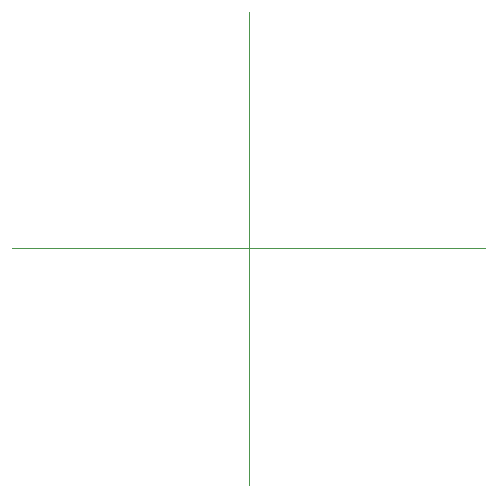
<source format=gbr>
%TF.GenerationSoftware,KiCad,Pcbnew,9.0.0*%
%TF.CreationDate,2025-06-04T23:47:33+02:00*%
%TF.ProjectId,uv_controler,75765f63-6f6e-4747-926f-6c65722e6b69,rev?*%
%TF.SameCoordinates,Original*%
%TF.FileFunction,Other,User*%
%FSLAX46Y46*%
G04 Gerber Fmt 4.6, Leading zero omitted, Abs format (unit mm)*
G04 Created by KiCad (PCBNEW 9.0.0) date 2025-06-04 23:47:33*
%MOMM*%
%LPD*%
G01*
G04 APERTURE LIST*
%ADD10C,0.100000*%
G04 APERTURE END LIST*
D10*
X35735534Y-87000000D02*
X75735534Y-87000000D01*
X55735534Y-67000000D02*
X55735534Y-107000000D01*
M02*

</source>
